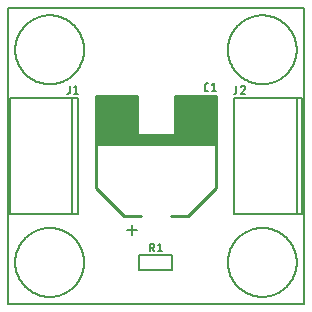
<source format=gto>
G75*
%MOIN*%
%OFA0B0*%
%FSLAX25Y25*%
%IPPOS*%
%LPD*%
%AMOC8*
5,1,8,0,0,1.08239X$1,22.5*
%
%ADD10C,0.00600*%
%ADD11C,0.00787*%
%ADD12C,0.01000*%
%ADD13C,0.00800*%
%ADD14C,0.00500*%
D10*
X0019207Y0001600D02*
X0019207Y0100025D01*
X0117633Y0100025D01*
X0117633Y0001600D01*
X0019207Y0001600D01*
D11*
X0021509Y0015380D02*
X0021512Y0015662D01*
X0021523Y0015943D01*
X0021540Y0016224D01*
X0021564Y0016505D01*
X0021595Y0016785D01*
X0021633Y0017064D01*
X0021678Y0017342D01*
X0021730Y0017619D01*
X0021788Y0017895D01*
X0021853Y0018169D01*
X0021925Y0018441D01*
X0022003Y0018712D01*
X0022088Y0018980D01*
X0022180Y0019247D01*
X0022278Y0019511D01*
X0022383Y0019772D01*
X0022494Y0020031D01*
X0022611Y0020287D01*
X0022735Y0020541D01*
X0022864Y0020791D01*
X0023000Y0021037D01*
X0023142Y0021281D01*
X0023290Y0021521D01*
X0023443Y0021757D01*
X0023603Y0021989D01*
X0023768Y0022217D01*
X0023938Y0022442D01*
X0024114Y0022662D01*
X0024296Y0022877D01*
X0024482Y0023088D01*
X0024674Y0023295D01*
X0024871Y0023496D01*
X0025072Y0023693D01*
X0025279Y0023885D01*
X0025490Y0024071D01*
X0025705Y0024253D01*
X0025925Y0024429D01*
X0026150Y0024599D01*
X0026378Y0024764D01*
X0026610Y0024924D01*
X0026846Y0025077D01*
X0027086Y0025225D01*
X0027330Y0025367D01*
X0027576Y0025503D01*
X0027826Y0025632D01*
X0028080Y0025756D01*
X0028336Y0025873D01*
X0028595Y0025984D01*
X0028856Y0026089D01*
X0029120Y0026187D01*
X0029387Y0026279D01*
X0029655Y0026364D01*
X0029926Y0026442D01*
X0030198Y0026514D01*
X0030472Y0026579D01*
X0030748Y0026637D01*
X0031025Y0026689D01*
X0031303Y0026734D01*
X0031582Y0026772D01*
X0031862Y0026803D01*
X0032143Y0026827D01*
X0032424Y0026844D01*
X0032705Y0026855D01*
X0032987Y0026858D01*
X0033269Y0026855D01*
X0033550Y0026844D01*
X0033831Y0026827D01*
X0034112Y0026803D01*
X0034392Y0026772D01*
X0034671Y0026734D01*
X0034949Y0026689D01*
X0035226Y0026637D01*
X0035502Y0026579D01*
X0035776Y0026514D01*
X0036048Y0026442D01*
X0036319Y0026364D01*
X0036587Y0026279D01*
X0036854Y0026187D01*
X0037118Y0026089D01*
X0037379Y0025984D01*
X0037638Y0025873D01*
X0037894Y0025756D01*
X0038148Y0025632D01*
X0038398Y0025503D01*
X0038644Y0025367D01*
X0038888Y0025225D01*
X0039128Y0025077D01*
X0039364Y0024924D01*
X0039596Y0024764D01*
X0039824Y0024599D01*
X0040049Y0024429D01*
X0040269Y0024253D01*
X0040484Y0024071D01*
X0040695Y0023885D01*
X0040902Y0023693D01*
X0041103Y0023496D01*
X0041300Y0023295D01*
X0041492Y0023088D01*
X0041678Y0022877D01*
X0041860Y0022662D01*
X0042036Y0022442D01*
X0042206Y0022217D01*
X0042371Y0021989D01*
X0042531Y0021757D01*
X0042684Y0021521D01*
X0042832Y0021281D01*
X0042974Y0021037D01*
X0043110Y0020791D01*
X0043239Y0020541D01*
X0043363Y0020287D01*
X0043480Y0020031D01*
X0043591Y0019772D01*
X0043696Y0019511D01*
X0043794Y0019247D01*
X0043886Y0018980D01*
X0043971Y0018712D01*
X0044049Y0018441D01*
X0044121Y0018169D01*
X0044186Y0017895D01*
X0044244Y0017619D01*
X0044296Y0017342D01*
X0044341Y0017064D01*
X0044379Y0016785D01*
X0044410Y0016505D01*
X0044434Y0016224D01*
X0044451Y0015943D01*
X0044462Y0015662D01*
X0044465Y0015380D01*
X0044462Y0015098D01*
X0044451Y0014817D01*
X0044434Y0014536D01*
X0044410Y0014255D01*
X0044379Y0013975D01*
X0044341Y0013696D01*
X0044296Y0013418D01*
X0044244Y0013141D01*
X0044186Y0012865D01*
X0044121Y0012591D01*
X0044049Y0012319D01*
X0043971Y0012048D01*
X0043886Y0011780D01*
X0043794Y0011513D01*
X0043696Y0011249D01*
X0043591Y0010988D01*
X0043480Y0010729D01*
X0043363Y0010473D01*
X0043239Y0010219D01*
X0043110Y0009969D01*
X0042974Y0009723D01*
X0042832Y0009479D01*
X0042684Y0009239D01*
X0042531Y0009003D01*
X0042371Y0008771D01*
X0042206Y0008543D01*
X0042036Y0008318D01*
X0041860Y0008098D01*
X0041678Y0007883D01*
X0041492Y0007672D01*
X0041300Y0007465D01*
X0041103Y0007264D01*
X0040902Y0007067D01*
X0040695Y0006875D01*
X0040484Y0006689D01*
X0040269Y0006507D01*
X0040049Y0006331D01*
X0039824Y0006161D01*
X0039596Y0005996D01*
X0039364Y0005836D01*
X0039128Y0005683D01*
X0038888Y0005535D01*
X0038644Y0005393D01*
X0038398Y0005257D01*
X0038148Y0005128D01*
X0037894Y0005004D01*
X0037638Y0004887D01*
X0037379Y0004776D01*
X0037118Y0004671D01*
X0036854Y0004573D01*
X0036587Y0004481D01*
X0036319Y0004396D01*
X0036048Y0004318D01*
X0035776Y0004246D01*
X0035502Y0004181D01*
X0035226Y0004123D01*
X0034949Y0004071D01*
X0034671Y0004026D01*
X0034392Y0003988D01*
X0034112Y0003957D01*
X0033831Y0003933D01*
X0033550Y0003916D01*
X0033269Y0003905D01*
X0032987Y0003902D01*
X0032705Y0003905D01*
X0032424Y0003916D01*
X0032143Y0003933D01*
X0031862Y0003957D01*
X0031582Y0003988D01*
X0031303Y0004026D01*
X0031025Y0004071D01*
X0030748Y0004123D01*
X0030472Y0004181D01*
X0030198Y0004246D01*
X0029926Y0004318D01*
X0029655Y0004396D01*
X0029387Y0004481D01*
X0029120Y0004573D01*
X0028856Y0004671D01*
X0028595Y0004776D01*
X0028336Y0004887D01*
X0028080Y0005004D01*
X0027826Y0005128D01*
X0027576Y0005257D01*
X0027330Y0005393D01*
X0027086Y0005535D01*
X0026846Y0005683D01*
X0026610Y0005836D01*
X0026378Y0005996D01*
X0026150Y0006161D01*
X0025925Y0006331D01*
X0025705Y0006507D01*
X0025490Y0006689D01*
X0025279Y0006875D01*
X0025072Y0007067D01*
X0024871Y0007264D01*
X0024674Y0007465D01*
X0024482Y0007672D01*
X0024296Y0007883D01*
X0024114Y0008098D01*
X0023938Y0008318D01*
X0023768Y0008543D01*
X0023603Y0008771D01*
X0023443Y0009003D01*
X0023290Y0009239D01*
X0023142Y0009479D01*
X0023000Y0009723D01*
X0022864Y0009969D01*
X0022735Y0010219D01*
X0022611Y0010473D01*
X0022494Y0010729D01*
X0022383Y0010988D01*
X0022278Y0011249D01*
X0022180Y0011513D01*
X0022088Y0011780D01*
X0022003Y0012048D01*
X0021925Y0012319D01*
X0021853Y0012591D01*
X0021788Y0012865D01*
X0021730Y0013141D01*
X0021678Y0013418D01*
X0021633Y0013696D01*
X0021595Y0013975D01*
X0021564Y0014255D01*
X0021540Y0014536D01*
X0021523Y0014817D01*
X0021512Y0015098D01*
X0021509Y0015380D01*
X0021509Y0086246D02*
X0021512Y0086528D01*
X0021523Y0086809D01*
X0021540Y0087090D01*
X0021564Y0087371D01*
X0021595Y0087651D01*
X0021633Y0087930D01*
X0021678Y0088208D01*
X0021730Y0088485D01*
X0021788Y0088761D01*
X0021853Y0089035D01*
X0021925Y0089307D01*
X0022003Y0089578D01*
X0022088Y0089846D01*
X0022180Y0090113D01*
X0022278Y0090377D01*
X0022383Y0090638D01*
X0022494Y0090897D01*
X0022611Y0091153D01*
X0022735Y0091407D01*
X0022864Y0091657D01*
X0023000Y0091903D01*
X0023142Y0092147D01*
X0023290Y0092387D01*
X0023443Y0092623D01*
X0023603Y0092855D01*
X0023768Y0093083D01*
X0023938Y0093308D01*
X0024114Y0093528D01*
X0024296Y0093743D01*
X0024482Y0093954D01*
X0024674Y0094161D01*
X0024871Y0094362D01*
X0025072Y0094559D01*
X0025279Y0094751D01*
X0025490Y0094937D01*
X0025705Y0095119D01*
X0025925Y0095295D01*
X0026150Y0095465D01*
X0026378Y0095630D01*
X0026610Y0095790D01*
X0026846Y0095943D01*
X0027086Y0096091D01*
X0027330Y0096233D01*
X0027576Y0096369D01*
X0027826Y0096498D01*
X0028080Y0096622D01*
X0028336Y0096739D01*
X0028595Y0096850D01*
X0028856Y0096955D01*
X0029120Y0097053D01*
X0029387Y0097145D01*
X0029655Y0097230D01*
X0029926Y0097308D01*
X0030198Y0097380D01*
X0030472Y0097445D01*
X0030748Y0097503D01*
X0031025Y0097555D01*
X0031303Y0097600D01*
X0031582Y0097638D01*
X0031862Y0097669D01*
X0032143Y0097693D01*
X0032424Y0097710D01*
X0032705Y0097721D01*
X0032987Y0097724D01*
X0033269Y0097721D01*
X0033550Y0097710D01*
X0033831Y0097693D01*
X0034112Y0097669D01*
X0034392Y0097638D01*
X0034671Y0097600D01*
X0034949Y0097555D01*
X0035226Y0097503D01*
X0035502Y0097445D01*
X0035776Y0097380D01*
X0036048Y0097308D01*
X0036319Y0097230D01*
X0036587Y0097145D01*
X0036854Y0097053D01*
X0037118Y0096955D01*
X0037379Y0096850D01*
X0037638Y0096739D01*
X0037894Y0096622D01*
X0038148Y0096498D01*
X0038398Y0096369D01*
X0038644Y0096233D01*
X0038888Y0096091D01*
X0039128Y0095943D01*
X0039364Y0095790D01*
X0039596Y0095630D01*
X0039824Y0095465D01*
X0040049Y0095295D01*
X0040269Y0095119D01*
X0040484Y0094937D01*
X0040695Y0094751D01*
X0040902Y0094559D01*
X0041103Y0094362D01*
X0041300Y0094161D01*
X0041492Y0093954D01*
X0041678Y0093743D01*
X0041860Y0093528D01*
X0042036Y0093308D01*
X0042206Y0093083D01*
X0042371Y0092855D01*
X0042531Y0092623D01*
X0042684Y0092387D01*
X0042832Y0092147D01*
X0042974Y0091903D01*
X0043110Y0091657D01*
X0043239Y0091407D01*
X0043363Y0091153D01*
X0043480Y0090897D01*
X0043591Y0090638D01*
X0043696Y0090377D01*
X0043794Y0090113D01*
X0043886Y0089846D01*
X0043971Y0089578D01*
X0044049Y0089307D01*
X0044121Y0089035D01*
X0044186Y0088761D01*
X0044244Y0088485D01*
X0044296Y0088208D01*
X0044341Y0087930D01*
X0044379Y0087651D01*
X0044410Y0087371D01*
X0044434Y0087090D01*
X0044451Y0086809D01*
X0044462Y0086528D01*
X0044465Y0086246D01*
X0044462Y0085964D01*
X0044451Y0085683D01*
X0044434Y0085402D01*
X0044410Y0085121D01*
X0044379Y0084841D01*
X0044341Y0084562D01*
X0044296Y0084284D01*
X0044244Y0084007D01*
X0044186Y0083731D01*
X0044121Y0083457D01*
X0044049Y0083185D01*
X0043971Y0082914D01*
X0043886Y0082646D01*
X0043794Y0082379D01*
X0043696Y0082115D01*
X0043591Y0081854D01*
X0043480Y0081595D01*
X0043363Y0081339D01*
X0043239Y0081085D01*
X0043110Y0080835D01*
X0042974Y0080589D01*
X0042832Y0080345D01*
X0042684Y0080105D01*
X0042531Y0079869D01*
X0042371Y0079637D01*
X0042206Y0079409D01*
X0042036Y0079184D01*
X0041860Y0078964D01*
X0041678Y0078749D01*
X0041492Y0078538D01*
X0041300Y0078331D01*
X0041103Y0078130D01*
X0040902Y0077933D01*
X0040695Y0077741D01*
X0040484Y0077555D01*
X0040269Y0077373D01*
X0040049Y0077197D01*
X0039824Y0077027D01*
X0039596Y0076862D01*
X0039364Y0076702D01*
X0039128Y0076549D01*
X0038888Y0076401D01*
X0038644Y0076259D01*
X0038398Y0076123D01*
X0038148Y0075994D01*
X0037894Y0075870D01*
X0037638Y0075753D01*
X0037379Y0075642D01*
X0037118Y0075537D01*
X0036854Y0075439D01*
X0036587Y0075347D01*
X0036319Y0075262D01*
X0036048Y0075184D01*
X0035776Y0075112D01*
X0035502Y0075047D01*
X0035226Y0074989D01*
X0034949Y0074937D01*
X0034671Y0074892D01*
X0034392Y0074854D01*
X0034112Y0074823D01*
X0033831Y0074799D01*
X0033550Y0074782D01*
X0033269Y0074771D01*
X0032987Y0074768D01*
X0032705Y0074771D01*
X0032424Y0074782D01*
X0032143Y0074799D01*
X0031862Y0074823D01*
X0031582Y0074854D01*
X0031303Y0074892D01*
X0031025Y0074937D01*
X0030748Y0074989D01*
X0030472Y0075047D01*
X0030198Y0075112D01*
X0029926Y0075184D01*
X0029655Y0075262D01*
X0029387Y0075347D01*
X0029120Y0075439D01*
X0028856Y0075537D01*
X0028595Y0075642D01*
X0028336Y0075753D01*
X0028080Y0075870D01*
X0027826Y0075994D01*
X0027576Y0076123D01*
X0027330Y0076259D01*
X0027086Y0076401D01*
X0026846Y0076549D01*
X0026610Y0076702D01*
X0026378Y0076862D01*
X0026150Y0077027D01*
X0025925Y0077197D01*
X0025705Y0077373D01*
X0025490Y0077555D01*
X0025279Y0077741D01*
X0025072Y0077933D01*
X0024871Y0078130D01*
X0024674Y0078331D01*
X0024482Y0078538D01*
X0024296Y0078749D01*
X0024114Y0078964D01*
X0023938Y0079184D01*
X0023768Y0079409D01*
X0023603Y0079637D01*
X0023443Y0079869D01*
X0023290Y0080105D01*
X0023142Y0080345D01*
X0023000Y0080589D01*
X0022864Y0080835D01*
X0022735Y0081085D01*
X0022611Y0081339D01*
X0022494Y0081595D01*
X0022383Y0081854D01*
X0022278Y0082115D01*
X0022180Y0082379D01*
X0022088Y0082646D01*
X0022003Y0082914D01*
X0021925Y0083185D01*
X0021853Y0083457D01*
X0021788Y0083731D01*
X0021730Y0084007D01*
X0021678Y0084284D01*
X0021633Y0084562D01*
X0021595Y0084841D01*
X0021564Y0085121D01*
X0021540Y0085402D01*
X0021523Y0085683D01*
X0021512Y0085964D01*
X0021509Y0086246D01*
X0092375Y0086246D02*
X0092378Y0086528D01*
X0092389Y0086809D01*
X0092406Y0087090D01*
X0092430Y0087371D01*
X0092461Y0087651D01*
X0092499Y0087930D01*
X0092544Y0088208D01*
X0092596Y0088485D01*
X0092654Y0088761D01*
X0092719Y0089035D01*
X0092791Y0089307D01*
X0092869Y0089578D01*
X0092954Y0089846D01*
X0093046Y0090113D01*
X0093144Y0090377D01*
X0093249Y0090638D01*
X0093360Y0090897D01*
X0093477Y0091153D01*
X0093601Y0091407D01*
X0093730Y0091657D01*
X0093866Y0091903D01*
X0094008Y0092147D01*
X0094156Y0092387D01*
X0094309Y0092623D01*
X0094469Y0092855D01*
X0094634Y0093083D01*
X0094804Y0093308D01*
X0094980Y0093528D01*
X0095162Y0093743D01*
X0095348Y0093954D01*
X0095540Y0094161D01*
X0095737Y0094362D01*
X0095938Y0094559D01*
X0096145Y0094751D01*
X0096356Y0094937D01*
X0096571Y0095119D01*
X0096791Y0095295D01*
X0097016Y0095465D01*
X0097244Y0095630D01*
X0097476Y0095790D01*
X0097712Y0095943D01*
X0097952Y0096091D01*
X0098196Y0096233D01*
X0098442Y0096369D01*
X0098692Y0096498D01*
X0098946Y0096622D01*
X0099202Y0096739D01*
X0099461Y0096850D01*
X0099722Y0096955D01*
X0099986Y0097053D01*
X0100253Y0097145D01*
X0100521Y0097230D01*
X0100792Y0097308D01*
X0101064Y0097380D01*
X0101338Y0097445D01*
X0101614Y0097503D01*
X0101891Y0097555D01*
X0102169Y0097600D01*
X0102448Y0097638D01*
X0102728Y0097669D01*
X0103009Y0097693D01*
X0103290Y0097710D01*
X0103571Y0097721D01*
X0103853Y0097724D01*
X0104135Y0097721D01*
X0104416Y0097710D01*
X0104697Y0097693D01*
X0104978Y0097669D01*
X0105258Y0097638D01*
X0105537Y0097600D01*
X0105815Y0097555D01*
X0106092Y0097503D01*
X0106368Y0097445D01*
X0106642Y0097380D01*
X0106914Y0097308D01*
X0107185Y0097230D01*
X0107453Y0097145D01*
X0107720Y0097053D01*
X0107984Y0096955D01*
X0108245Y0096850D01*
X0108504Y0096739D01*
X0108760Y0096622D01*
X0109014Y0096498D01*
X0109264Y0096369D01*
X0109510Y0096233D01*
X0109754Y0096091D01*
X0109994Y0095943D01*
X0110230Y0095790D01*
X0110462Y0095630D01*
X0110690Y0095465D01*
X0110915Y0095295D01*
X0111135Y0095119D01*
X0111350Y0094937D01*
X0111561Y0094751D01*
X0111768Y0094559D01*
X0111969Y0094362D01*
X0112166Y0094161D01*
X0112358Y0093954D01*
X0112544Y0093743D01*
X0112726Y0093528D01*
X0112902Y0093308D01*
X0113072Y0093083D01*
X0113237Y0092855D01*
X0113397Y0092623D01*
X0113550Y0092387D01*
X0113698Y0092147D01*
X0113840Y0091903D01*
X0113976Y0091657D01*
X0114105Y0091407D01*
X0114229Y0091153D01*
X0114346Y0090897D01*
X0114457Y0090638D01*
X0114562Y0090377D01*
X0114660Y0090113D01*
X0114752Y0089846D01*
X0114837Y0089578D01*
X0114915Y0089307D01*
X0114987Y0089035D01*
X0115052Y0088761D01*
X0115110Y0088485D01*
X0115162Y0088208D01*
X0115207Y0087930D01*
X0115245Y0087651D01*
X0115276Y0087371D01*
X0115300Y0087090D01*
X0115317Y0086809D01*
X0115328Y0086528D01*
X0115331Y0086246D01*
X0115328Y0085964D01*
X0115317Y0085683D01*
X0115300Y0085402D01*
X0115276Y0085121D01*
X0115245Y0084841D01*
X0115207Y0084562D01*
X0115162Y0084284D01*
X0115110Y0084007D01*
X0115052Y0083731D01*
X0114987Y0083457D01*
X0114915Y0083185D01*
X0114837Y0082914D01*
X0114752Y0082646D01*
X0114660Y0082379D01*
X0114562Y0082115D01*
X0114457Y0081854D01*
X0114346Y0081595D01*
X0114229Y0081339D01*
X0114105Y0081085D01*
X0113976Y0080835D01*
X0113840Y0080589D01*
X0113698Y0080345D01*
X0113550Y0080105D01*
X0113397Y0079869D01*
X0113237Y0079637D01*
X0113072Y0079409D01*
X0112902Y0079184D01*
X0112726Y0078964D01*
X0112544Y0078749D01*
X0112358Y0078538D01*
X0112166Y0078331D01*
X0111969Y0078130D01*
X0111768Y0077933D01*
X0111561Y0077741D01*
X0111350Y0077555D01*
X0111135Y0077373D01*
X0110915Y0077197D01*
X0110690Y0077027D01*
X0110462Y0076862D01*
X0110230Y0076702D01*
X0109994Y0076549D01*
X0109754Y0076401D01*
X0109510Y0076259D01*
X0109264Y0076123D01*
X0109014Y0075994D01*
X0108760Y0075870D01*
X0108504Y0075753D01*
X0108245Y0075642D01*
X0107984Y0075537D01*
X0107720Y0075439D01*
X0107453Y0075347D01*
X0107185Y0075262D01*
X0106914Y0075184D01*
X0106642Y0075112D01*
X0106368Y0075047D01*
X0106092Y0074989D01*
X0105815Y0074937D01*
X0105537Y0074892D01*
X0105258Y0074854D01*
X0104978Y0074823D01*
X0104697Y0074799D01*
X0104416Y0074782D01*
X0104135Y0074771D01*
X0103853Y0074768D01*
X0103571Y0074771D01*
X0103290Y0074782D01*
X0103009Y0074799D01*
X0102728Y0074823D01*
X0102448Y0074854D01*
X0102169Y0074892D01*
X0101891Y0074937D01*
X0101614Y0074989D01*
X0101338Y0075047D01*
X0101064Y0075112D01*
X0100792Y0075184D01*
X0100521Y0075262D01*
X0100253Y0075347D01*
X0099986Y0075439D01*
X0099722Y0075537D01*
X0099461Y0075642D01*
X0099202Y0075753D01*
X0098946Y0075870D01*
X0098692Y0075994D01*
X0098442Y0076123D01*
X0098196Y0076259D01*
X0097952Y0076401D01*
X0097712Y0076549D01*
X0097476Y0076702D01*
X0097244Y0076862D01*
X0097016Y0077027D01*
X0096791Y0077197D01*
X0096571Y0077373D01*
X0096356Y0077555D01*
X0096145Y0077741D01*
X0095938Y0077933D01*
X0095737Y0078130D01*
X0095540Y0078331D01*
X0095348Y0078538D01*
X0095162Y0078749D01*
X0094980Y0078964D01*
X0094804Y0079184D01*
X0094634Y0079409D01*
X0094469Y0079637D01*
X0094309Y0079869D01*
X0094156Y0080105D01*
X0094008Y0080345D01*
X0093866Y0080589D01*
X0093730Y0080835D01*
X0093601Y0081085D01*
X0093477Y0081339D01*
X0093360Y0081595D01*
X0093249Y0081854D01*
X0093144Y0082115D01*
X0093046Y0082379D01*
X0092954Y0082646D01*
X0092869Y0082914D01*
X0092791Y0083185D01*
X0092719Y0083457D01*
X0092654Y0083731D01*
X0092596Y0084007D01*
X0092544Y0084284D01*
X0092499Y0084562D01*
X0092461Y0084841D01*
X0092430Y0085121D01*
X0092406Y0085402D01*
X0092389Y0085683D01*
X0092378Y0085964D01*
X0092375Y0086246D01*
X0092375Y0015380D02*
X0092378Y0015662D01*
X0092389Y0015943D01*
X0092406Y0016224D01*
X0092430Y0016505D01*
X0092461Y0016785D01*
X0092499Y0017064D01*
X0092544Y0017342D01*
X0092596Y0017619D01*
X0092654Y0017895D01*
X0092719Y0018169D01*
X0092791Y0018441D01*
X0092869Y0018712D01*
X0092954Y0018980D01*
X0093046Y0019247D01*
X0093144Y0019511D01*
X0093249Y0019772D01*
X0093360Y0020031D01*
X0093477Y0020287D01*
X0093601Y0020541D01*
X0093730Y0020791D01*
X0093866Y0021037D01*
X0094008Y0021281D01*
X0094156Y0021521D01*
X0094309Y0021757D01*
X0094469Y0021989D01*
X0094634Y0022217D01*
X0094804Y0022442D01*
X0094980Y0022662D01*
X0095162Y0022877D01*
X0095348Y0023088D01*
X0095540Y0023295D01*
X0095737Y0023496D01*
X0095938Y0023693D01*
X0096145Y0023885D01*
X0096356Y0024071D01*
X0096571Y0024253D01*
X0096791Y0024429D01*
X0097016Y0024599D01*
X0097244Y0024764D01*
X0097476Y0024924D01*
X0097712Y0025077D01*
X0097952Y0025225D01*
X0098196Y0025367D01*
X0098442Y0025503D01*
X0098692Y0025632D01*
X0098946Y0025756D01*
X0099202Y0025873D01*
X0099461Y0025984D01*
X0099722Y0026089D01*
X0099986Y0026187D01*
X0100253Y0026279D01*
X0100521Y0026364D01*
X0100792Y0026442D01*
X0101064Y0026514D01*
X0101338Y0026579D01*
X0101614Y0026637D01*
X0101891Y0026689D01*
X0102169Y0026734D01*
X0102448Y0026772D01*
X0102728Y0026803D01*
X0103009Y0026827D01*
X0103290Y0026844D01*
X0103571Y0026855D01*
X0103853Y0026858D01*
X0104135Y0026855D01*
X0104416Y0026844D01*
X0104697Y0026827D01*
X0104978Y0026803D01*
X0105258Y0026772D01*
X0105537Y0026734D01*
X0105815Y0026689D01*
X0106092Y0026637D01*
X0106368Y0026579D01*
X0106642Y0026514D01*
X0106914Y0026442D01*
X0107185Y0026364D01*
X0107453Y0026279D01*
X0107720Y0026187D01*
X0107984Y0026089D01*
X0108245Y0025984D01*
X0108504Y0025873D01*
X0108760Y0025756D01*
X0109014Y0025632D01*
X0109264Y0025503D01*
X0109510Y0025367D01*
X0109754Y0025225D01*
X0109994Y0025077D01*
X0110230Y0024924D01*
X0110462Y0024764D01*
X0110690Y0024599D01*
X0110915Y0024429D01*
X0111135Y0024253D01*
X0111350Y0024071D01*
X0111561Y0023885D01*
X0111768Y0023693D01*
X0111969Y0023496D01*
X0112166Y0023295D01*
X0112358Y0023088D01*
X0112544Y0022877D01*
X0112726Y0022662D01*
X0112902Y0022442D01*
X0113072Y0022217D01*
X0113237Y0021989D01*
X0113397Y0021757D01*
X0113550Y0021521D01*
X0113698Y0021281D01*
X0113840Y0021037D01*
X0113976Y0020791D01*
X0114105Y0020541D01*
X0114229Y0020287D01*
X0114346Y0020031D01*
X0114457Y0019772D01*
X0114562Y0019511D01*
X0114660Y0019247D01*
X0114752Y0018980D01*
X0114837Y0018712D01*
X0114915Y0018441D01*
X0114987Y0018169D01*
X0115052Y0017895D01*
X0115110Y0017619D01*
X0115162Y0017342D01*
X0115207Y0017064D01*
X0115245Y0016785D01*
X0115276Y0016505D01*
X0115300Y0016224D01*
X0115317Y0015943D01*
X0115328Y0015662D01*
X0115331Y0015380D01*
X0115328Y0015098D01*
X0115317Y0014817D01*
X0115300Y0014536D01*
X0115276Y0014255D01*
X0115245Y0013975D01*
X0115207Y0013696D01*
X0115162Y0013418D01*
X0115110Y0013141D01*
X0115052Y0012865D01*
X0114987Y0012591D01*
X0114915Y0012319D01*
X0114837Y0012048D01*
X0114752Y0011780D01*
X0114660Y0011513D01*
X0114562Y0011249D01*
X0114457Y0010988D01*
X0114346Y0010729D01*
X0114229Y0010473D01*
X0114105Y0010219D01*
X0113976Y0009969D01*
X0113840Y0009723D01*
X0113698Y0009479D01*
X0113550Y0009239D01*
X0113397Y0009003D01*
X0113237Y0008771D01*
X0113072Y0008543D01*
X0112902Y0008318D01*
X0112726Y0008098D01*
X0112544Y0007883D01*
X0112358Y0007672D01*
X0112166Y0007465D01*
X0111969Y0007264D01*
X0111768Y0007067D01*
X0111561Y0006875D01*
X0111350Y0006689D01*
X0111135Y0006507D01*
X0110915Y0006331D01*
X0110690Y0006161D01*
X0110462Y0005996D01*
X0110230Y0005836D01*
X0109994Y0005683D01*
X0109754Y0005535D01*
X0109510Y0005393D01*
X0109264Y0005257D01*
X0109014Y0005128D01*
X0108760Y0005004D01*
X0108504Y0004887D01*
X0108245Y0004776D01*
X0107984Y0004671D01*
X0107720Y0004573D01*
X0107453Y0004481D01*
X0107185Y0004396D01*
X0106914Y0004318D01*
X0106642Y0004246D01*
X0106368Y0004181D01*
X0106092Y0004123D01*
X0105815Y0004071D01*
X0105537Y0004026D01*
X0105258Y0003988D01*
X0104978Y0003957D01*
X0104697Y0003933D01*
X0104416Y0003916D01*
X0104135Y0003905D01*
X0103853Y0003902D01*
X0103571Y0003905D01*
X0103290Y0003916D01*
X0103009Y0003933D01*
X0102728Y0003957D01*
X0102448Y0003988D01*
X0102169Y0004026D01*
X0101891Y0004071D01*
X0101614Y0004123D01*
X0101338Y0004181D01*
X0101064Y0004246D01*
X0100792Y0004318D01*
X0100521Y0004396D01*
X0100253Y0004481D01*
X0099986Y0004573D01*
X0099722Y0004671D01*
X0099461Y0004776D01*
X0099202Y0004887D01*
X0098946Y0005004D01*
X0098692Y0005128D01*
X0098442Y0005257D01*
X0098196Y0005393D01*
X0097952Y0005535D01*
X0097712Y0005683D01*
X0097476Y0005836D01*
X0097244Y0005996D01*
X0097016Y0006161D01*
X0096791Y0006331D01*
X0096571Y0006507D01*
X0096356Y0006689D01*
X0096145Y0006875D01*
X0095938Y0007067D01*
X0095737Y0007264D01*
X0095540Y0007465D01*
X0095348Y0007672D01*
X0095162Y0007883D01*
X0094980Y0008098D01*
X0094804Y0008318D01*
X0094634Y0008543D01*
X0094469Y0008771D01*
X0094309Y0009003D01*
X0094156Y0009239D01*
X0094008Y0009479D01*
X0093866Y0009723D01*
X0093730Y0009969D01*
X0093601Y0010219D01*
X0093477Y0010473D01*
X0093360Y0010729D01*
X0093249Y0010988D01*
X0093144Y0011249D01*
X0093046Y0011513D01*
X0092954Y0011780D01*
X0092869Y0012048D01*
X0092791Y0012319D01*
X0092719Y0012591D01*
X0092654Y0012865D01*
X0092596Y0013141D01*
X0092544Y0013418D01*
X0092499Y0013696D01*
X0092461Y0013975D01*
X0092430Y0014255D01*
X0092406Y0014536D01*
X0092389Y0014817D01*
X0092378Y0015098D01*
X0092375Y0015380D01*
D12*
X0079050Y0030734D02*
X0073538Y0030734D01*
X0079050Y0030734D02*
X0088499Y0040183D01*
X0088499Y0070891D01*
X0074719Y0070891D01*
X0074719Y0070498D02*
X0088105Y0070498D01*
X0088105Y0054750D01*
X0048735Y0054750D01*
X0048735Y0070498D01*
X0062121Y0070498D01*
X0062121Y0057899D01*
X0074719Y0057899D01*
X0074719Y0070498D01*
X0074719Y0070497D02*
X0088105Y0070497D01*
X0088105Y0069499D02*
X0074719Y0069499D01*
X0074719Y0068500D02*
X0088105Y0068500D01*
X0088105Y0067502D02*
X0074719Y0067502D01*
X0074719Y0066503D02*
X0088105Y0066503D01*
X0088105Y0065505D02*
X0074719Y0065505D01*
X0074719Y0064506D02*
X0088105Y0064506D01*
X0088105Y0063508D02*
X0074719Y0063508D01*
X0074719Y0062509D02*
X0088105Y0062509D01*
X0088105Y0061511D02*
X0074719Y0061511D01*
X0074719Y0060512D02*
X0088105Y0060512D01*
X0088105Y0059514D02*
X0074719Y0059514D01*
X0074719Y0058515D02*
X0088105Y0058515D01*
X0088105Y0057517D02*
X0048735Y0057517D01*
X0048735Y0058515D02*
X0062121Y0058515D01*
X0062121Y0059514D02*
X0048735Y0059514D01*
X0048735Y0060512D02*
X0062121Y0060512D01*
X0062121Y0061511D02*
X0048735Y0061511D01*
X0048735Y0062509D02*
X0062121Y0062509D01*
X0062121Y0063508D02*
X0048735Y0063508D01*
X0048735Y0064506D02*
X0062121Y0064506D01*
X0062121Y0065505D02*
X0048735Y0065505D01*
X0048735Y0066503D02*
X0062121Y0066503D01*
X0062121Y0067502D02*
X0048735Y0067502D01*
X0048735Y0068500D02*
X0062121Y0068500D01*
X0062121Y0069499D02*
X0048735Y0069499D01*
X0048735Y0070497D02*
X0062121Y0070497D01*
X0062121Y0070891D02*
X0048341Y0070891D01*
X0048341Y0040183D01*
X0057790Y0030734D01*
X0063302Y0030734D01*
X0048735Y0055520D02*
X0088105Y0055520D01*
X0088105Y0056518D02*
X0048735Y0056518D01*
D13*
X0060514Y0027819D02*
X0060514Y0024619D01*
X0058914Y0026219D02*
X0062114Y0026219D01*
D14*
X0066316Y0021649D02*
X0067052Y0021649D01*
X0067105Y0021647D01*
X0067157Y0021642D01*
X0067208Y0021632D01*
X0067259Y0021619D01*
X0067309Y0021603D01*
X0067358Y0021582D01*
X0067405Y0021559D01*
X0067450Y0021532D01*
X0067493Y0021502D01*
X0067534Y0021469D01*
X0067572Y0021433D01*
X0067608Y0021395D01*
X0067641Y0021354D01*
X0067671Y0021311D01*
X0067698Y0021266D01*
X0067721Y0021219D01*
X0067742Y0021170D01*
X0067758Y0021120D01*
X0067771Y0021069D01*
X0067781Y0021018D01*
X0067786Y0020966D01*
X0067788Y0020913D01*
X0067786Y0020860D01*
X0067781Y0020808D01*
X0067771Y0020757D01*
X0067758Y0020706D01*
X0067742Y0020656D01*
X0067721Y0020607D01*
X0067698Y0020560D01*
X0067671Y0020515D01*
X0067641Y0020472D01*
X0067608Y0020431D01*
X0067572Y0020393D01*
X0067534Y0020357D01*
X0067493Y0020324D01*
X0067450Y0020294D01*
X0067405Y0020267D01*
X0067358Y0020244D01*
X0067309Y0020223D01*
X0067259Y0020207D01*
X0067208Y0020194D01*
X0067157Y0020184D01*
X0067105Y0020179D01*
X0067052Y0020177D01*
X0066316Y0020177D01*
X0067199Y0020177D02*
X0067788Y0019000D01*
X0069123Y0019000D02*
X0070595Y0019000D01*
X0069859Y0019000D02*
X0069859Y0021649D01*
X0069123Y0021060D01*
X0066316Y0021649D02*
X0066316Y0019000D01*
X0062920Y0017880D02*
X0062920Y0012880D01*
X0073920Y0012880D01*
X0073920Y0017880D01*
X0062920Y0017880D01*
X0042436Y0031324D02*
X0040467Y0031324D01*
X0040467Y0070301D01*
X0042436Y0070301D01*
X0042436Y0031324D01*
X0040467Y0031324D02*
X0019601Y0031324D01*
X0019601Y0070301D01*
X0040467Y0070301D01*
X0041115Y0071641D02*
X0042587Y0071641D01*
X0041851Y0071641D02*
X0041851Y0074291D01*
X0041115Y0073702D01*
X0039675Y0074291D02*
X0039675Y0072230D01*
X0039673Y0072184D01*
X0039668Y0072138D01*
X0039659Y0072092D01*
X0039646Y0072048D01*
X0039630Y0072005D01*
X0039611Y0071963D01*
X0039588Y0071922D01*
X0039563Y0071884D01*
X0039534Y0071847D01*
X0039502Y0071814D01*
X0039469Y0071782D01*
X0039432Y0071753D01*
X0039394Y0071728D01*
X0039353Y0071705D01*
X0039311Y0071686D01*
X0039268Y0071670D01*
X0039223Y0071657D01*
X0039178Y0071648D01*
X0039132Y0071643D01*
X0039086Y0071641D01*
X0038792Y0071641D01*
X0084721Y0073010D02*
X0084721Y0074482D01*
X0084723Y0074528D01*
X0084728Y0074574D01*
X0084737Y0074619D01*
X0084750Y0074664D01*
X0084766Y0074707D01*
X0084785Y0074749D01*
X0084808Y0074790D01*
X0084833Y0074828D01*
X0084862Y0074865D01*
X0084894Y0074898D01*
X0084927Y0074930D01*
X0084964Y0074959D01*
X0085002Y0074984D01*
X0085043Y0075007D01*
X0085085Y0075026D01*
X0085128Y0075042D01*
X0085172Y0075055D01*
X0085218Y0075064D01*
X0085264Y0075069D01*
X0085310Y0075071D01*
X0085310Y0075070D02*
X0085899Y0075070D01*
X0087096Y0074482D02*
X0087832Y0075070D01*
X0087832Y0072421D01*
X0087096Y0072421D02*
X0088568Y0072421D01*
X0085899Y0072421D02*
X0085310Y0072421D01*
X0085264Y0072423D01*
X0085218Y0072428D01*
X0085173Y0072437D01*
X0085128Y0072450D01*
X0085085Y0072466D01*
X0085043Y0072485D01*
X0085002Y0072508D01*
X0084964Y0072533D01*
X0084927Y0072562D01*
X0084894Y0072594D01*
X0084862Y0072627D01*
X0084833Y0072664D01*
X0084808Y0072702D01*
X0084785Y0072743D01*
X0084766Y0072785D01*
X0084750Y0072828D01*
X0084737Y0072873D01*
X0084728Y0072918D01*
X0084723Y0072964D01*
X0084721Y0073010D01*
X0094363Y0071641D02*
X0094657Y0071641D01*
X0094703Y0071643D01*
X0094749Y0071648D01*
X0094794Y0071657D01*
X0094839Y0071670D01*
X0094882Y0071686D01*
X0094924Y0071705D01*
X0094965Y0071728D01*
X0095003Y0071753D01*
X0095040Y0071782D01*
X0095073Y0071814D01*
X0095105Y0071847D01*
X0095134Y0071884D01*
X0095159Y0071922D01*
X0095182Y0071963D01*
X0095201Y0072005D01*
X0095217Y0072048D01*
X0095230Y0072092D01*
X0095239Y0072138D01*
X0095244Y0072184D01*
X0095246Y0072230D01*
X0095246Y0074291D01*
X0097937Y0073114D02*
X0097974Y0073152D01*
X0098008Y0073192D01*
X0098038Y0073234D01*
X0098066Y0073279D01*
X0098090Y0073325D01*
X0098110Y0073373D01*
X0098127Y0073423D01*
X0098141Y0073473D01*
X0098150Y0073525D01*
X0098156Y0073577D01*
X0098158Y0073629D01*
X0097937Y0073113D02*
X0096686Y0071641D01*
X0098158Y0071641D01*
X0096686Y0073702D02*
X0096706Y0073755D01*
X0096728Y0073807D01*
X0096754Y0073857D01*
X0096783Y0073905D01*
X0096816Y0073951D01*
X0096851Y0073995D01*
X0096889Y0074036D01*
X0096930Y0074075D01*
X0096973Y0074111D01*
X0097019Y0074144D01*
X0097066Y0074174D01*
X0097116Y0074201D01*
X0097167Y0074225D01*
X0097219Y0074245D01*
X0097273Y0074261D01*
X0097328Y0074274D01*
X0097384Y0074284D01*
X0097440Y0074289D01*
X0097496Y0074291D01*
X0097545Y0074289D01*
X0097595Y0074284D01*
X0097643Y0074274D01*
X0097691Y0074262D01*
X0097738Y0074245D01*
X0097783Y0074225D01*
X0097827Y0074202D01*
X0097869Y0074176D01*
X0097909Y0074147D01*
X0097946Y0074114D01*
X0097981Y0074079D01*
X0098014Y0074042D01*
X0098043Y0074002D01*
X0098069Y0073960D01*
X0098092Y0073916D01*
X0098112Y0073871D01*
X0098129Y0073824D01*
X0098141Y0073776D01*
X0098151Y0073728D01*
X0098156Y0073678D01*
X0098158Y0073629D01*
X0094404Y0070301D02*
X0115270Y0070301D01*
X0115270Y0031324D01*
X0094404Y0031324D01*
X0094404Y0070301D01*
X0115270Y0070301D02*
X0117239Y0070301D01*
X0117239Y0031324D01*
X0115270Y0031324D01*
M02*

</source>
